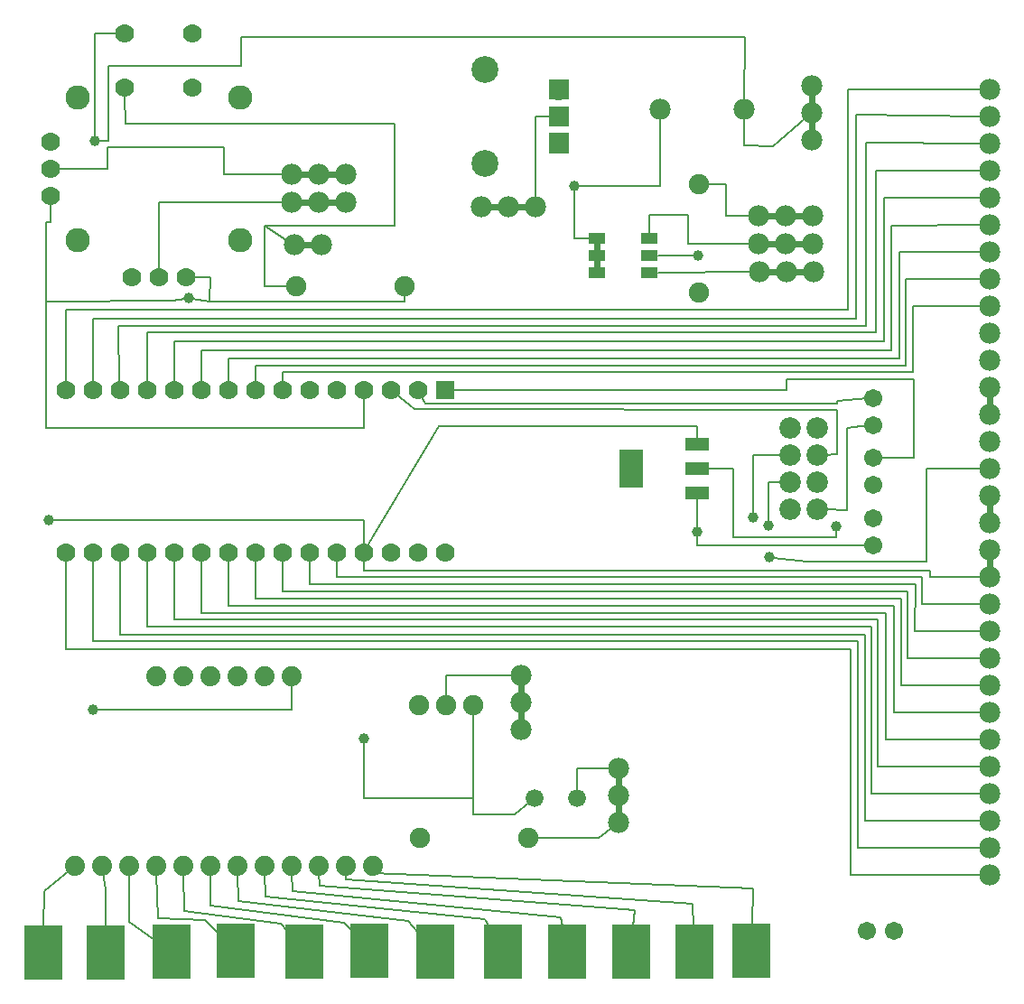
<source format=gtl>
G04 MADE WITH FRITZING*
G04 WWW.FRITZING.ORG*
G04 DOUBLE SIDED*
G04 HOLES PLATED*
G04 CONTOUR ON CENTER OF CONTOUR VECTOR*
%ASAXBY*%
%FSLAX23Y23*%
%MOIN*%
%OFA0B0*%
%SFA1.0B1.0*%
%ADD10C,0.078000*%
%ADD11C,0.079370*%
%ADD12C,0.070000*%
%ADD13C,0.039370*%
%ADD14C,0.075000*%
%ADD15C,0.090000*%
%ADD16C,0.066000*%
%ADD17C,0.074000*%
%ADD18C,0.098740*%
%ADD19C,0.067559*%
%ADD20R,0.000156X0.000156*%
%ADD21R,0.088000X0.048000*%
%ADD22R,0.086614X0.141732*%
%ADD23R,0.070000X0.069972*%
%ADD24R,0.059056X0.039361*%
%ADD25R,0.059056X0.039389*%
%ADD26R,0.059056X0.039375*%
%ADD27R,0.139031X0.201451*%
%ADD28C,0.008000*%
%ADD29C,0.024000*%
%ADD30R,0.001000X0.001000*%
%LNCOPPER1*%
G90*
G70*
G54D10*
X3573Y3298D03*
X3573Y3198D03*
X3573Y3098D03*
X3573Y2998D03*
X3573Y2898D03*
X3573Y2798D03*
X3573Y2698D03*
X3573Y2598D03*
X3573Y2498D03*
X3573Y2398D03*
X3573Y2298D03*
X3573Y2198D03*
X3573Y2098D03*
X3573Y1998D03*
X3573Y1898D03*
X3573Y1798D03*
X3573Y1698D03*
X3573Y1598D03*
X3573Y1498D03*
X3573Y1398D03*
X3573Y1298D03*
X3573Y1198D03*
X3573Y1098D03*
X3573Y998D03*
X3573Y898D03*
X3573Y798D03*
X3573Y698D03*
X3573Y598D03*
X3573Y498D03*
X3573Y398D03*
G54D11*
X2938Y1747D03*
X2938Y1847D03*
X2938Y1947D03*
X2938Y2047D03*
X2938Y1747D03*
X2938Y1847D03*
X2938Y1947D03*
X2938Y2047D03*
X2838Y2047D03*
X2838Y1947D03*
X2838Y1847D03*
X2838Y1747D03*
G54D12*
X1563Y2189D03*
X1463Y2189D03*
X1363Y2189D03*
X1263Y2189D03*
X1163Y2189D03*
X1063Y2189D03*
X963Y2189D03*
X863Y2189D03*
X763Y2189D03*
X663Y2189D03*
X563Y2189D03*
X463Y2189D03*
X363Y2189D03*
X263Y2189D03*
X163Y2189D03*
X1563Y1589D03*
X1463Y1589D03*
X1363Y1589D03*
X1263Y1589D03*
X1163Y1589D03*
X1063Y1589D03*
X963Y1589D03*
X863Y1589D03*
X763Y1589D03*
X663Y1589D03*
X563Y1589D03*
X463Y1589D03*
X363Y1589D03*
X263Y1589D03*
X163Y1589D03*
G54D13*
X3008Y1683D03*
X2493Y1666D03*
G54D14*
X1469Y534D03*
X1869Y534D03*
X2501Y2947D03*
X2501Y2547D03*
G54D10*
X1107Y2723D03*
X1007Y2723D03*
G54D14*
X1467Y1026D03*
X1567Y1026D03*
X1667Y1026D03*
G54D15*
X207Y3267D03*
X807Y3267D03*
X807Y2742D03*
X207Y2742D03*
G54D12*
X607Y2604D03*
X507Y2604D03*
X407Y2604D03*
X107Y3004D03*
X107Y2904D03*
X107Y3104D03*
X632Y3304D03*
X382Y3304D03*
X382Y3504D03*
X632Y3504D03*
G54D15*
X207Y3267D03*
X807Y3267D03*
X807Y2742D03*
X207Y2742D03*
G54D12*
X607Y2604D03*
X507Y2604D03*
X407Y2604D03*
X107Y3004D03*
X107Y2904D03*
X107Y3104D03*
X632Y3304D03*
X382Y3304D03*
X382Y3504D03*
X632Y3504D03*
G54D16*
X1895Y682D03*
X2052Y682D03*
X1895Y682D03*
X2052Y682D03*
G54D17*
X797Y431D03*
X497Y1131D03*
X397Y431D03*
X997Y431D03*
X597Y431D03*
X197Y431D03*
X897Y431D03*
X697Y431D03*
X497Y431D03*
X297Y431D03*
X997Y1131D03*
X597Y1131D03*
X897Y1131D03*
X797Y1131D03*
X697Y1131D03*
X1297Y431D03*
X1197Y431D03*
X1097Y431D03*
G54D10*
X2923Y2626D03*
X2823Y2626D03*
X2723Y2626D03*
X2921Y2830D03*
X2821Y2830D03*
X2721Y2830D03*
X1198Y2984D03*
X1098Y2984D03*
X998Y2984D03*
X2668Y3226D03*
X2357Y3223D03*
X2917Y3312D03*
X2917Y3212D03*
X2917Y3112D03*
X2922Y2729D03*
X2822Y2729D03*
X2722Y2729D03*
X1198Y2880D03*
X1098Y2880D03*
X998Y2880D03*
X2205Y792D03*
X2205Y692D03*
X2205Y592D03*
X1897Y2866D03*
X1797Y2866D03*
X1697Y2866D03*
X1843Y1135D03*
X1843Y1035D03*
X1843Y935D03*
G54D17*
X1985Y3099D03*
X1985Y3198D03*
X1985Y3296D03*
G54D18*
X1709Y3025D03*
X1709Y3371D03*
G54D17*
X1985Y3099D03*
X1985Y3198D03*
X1985Y3296D03*
G54D18*
X1709Y3025D03*
X1709Y3371D03*
G54D14*
X1014Y2572D03*
X1414Y2572D03*
G54D13*
X263Y1007D03*
X1263Y901D03*
X99Y1707D03*
X617Y2527D03*
X2496Y2685D03*
X272Y3109D03*
X2039Y2940D03*
G54D19*
X3219Y190D03*
X3119Y190D03*
X3143Y2159D03*
X3143Y2059D03*
X3144Y1938D03*
X3144Y1838D03*
X3145Y1715D03*
X3145Y1615D03*
G54D13*
X2700Y1717D03*
X2759Y1570D03*
X2756Y1687D03*
G54D20*
X2937Y1847D03*
X2937Y1947D03*
G54D21*
X2493Y1807D03*
X2493Y1898D03*
X2493Y1989D03*
G54D22*
X2249Y1898D03*
G54D23*
X1563Y2189D03*
G54D24*
X2125Y2747D03*
G54D25*
X2125Y2684D03*
G54D26*
X2125Y2621D03*
X2318Y2621D03*
G54D25*
X2318Y2684D03*
G54D24*
X2318Y2747D03*
G54D27*
X1527Y115D03*
X1776Y115D03*
X2694Y117D03*
X2483Y114D03*
X2015Y114D03*
X2250Y114D03*
X80Y110D03*
X312Y110D03*
X554Y113D03*
X1283Y118D03*
X790Y117D03*
X1043Y116D03*
G54D28*
X1449Y2119D02*
X3012Y2114D01*
D02*
X3012Y2114D02*
X3012Y1951D01*
D02*
X3012Y1951D02*
X2963Y1949D01*
D02*
X1381Y2174D02*
X1449Y2119D01*
D02*
X2493Y1680D02*
X2493Y1789D01*
D02*
X2628Y1645D02*
X2628Y1898D01*
D02*
X2628Y1898D02*
X2532Y1898D01*
D02*
X3008Y1669D02*
X3008Y1645D01*
D02*
X3052Y2486D02*
X163Y2486D01*
D02*
X163Y2486D02*
X163Y2212D01*
D02*
X3052Y3298D02*
X3052Y2486D01*
D02*
X3543Y3298D02*
X3052Y3298D01*
D02*
X263Y2450D02*
X263Y2212D01*
D02*
X3082Y2450D02*
X263Y2450D01*
D02*
X3082Y3203D02*
X3082Y2450D01*
D02*
X3543Y3198D02*
X3082Y3203D01*
D02*
X3118Y2425D02*
X358Y2425D01*
D02*
X358Y2425D02*
X362Y2212D01*
D02*
X3118Y3102D02*
X3118Y2425D01*
D02*
X3543Y3098D02*
X3118Y3102D01*
D02*
X3153Y2400D02*
X464Y2400D01*
D02*
X464Y2400D02*
X463Y2212D01*
D02*
X3153Y2998D02*
X3153Y2400D01*
D02*
X3543Y2998D02*
X3153Y2998D01*
D02*
X3183Y2369D02*
X563Y2369D01*
D02*
X563Y2369D02*
X563Y2212D01*
D02*
X3183Y2898D02*
X3183Y2369D01*
D02*
X3543Y2898D02*
X3183Y2898D01*
D02*
X3209Y2334D02*
X663Y2334D01*
D02*
X663Y2334D02*
X663Y2212D01*
D02*
X3209Y2794D02*
X3209Y2334D01*
D02*
X3548Y2798D02*
X3209Y2794D01*
D02*
X3548Y2698D02*
X3239Y2698D01*
D02*
X3239Y2698D02*
X3239Y2304D01*
D02*
X763Y2304D02*
X763Y2212D01*
D02*
X3239Y2304D02*
X763Y2304D01*
D02*
X3264Y2278D02*
X863Y2278D01*
D02*
X863Y2278D02*
X863Y2212D01*
D02*
X3264Y2598D02*
X3264Y2278D01*
D02*
X3548Y2598D02*
X3264Y2598D01*
D02*
X3289Y2253D02*
X963Y2253D01*
D02*
X963Y2253D02*
X963Y2212D01*
D02*
X3548Y2498D02*
X3289Y2498D01*
D02*
X3289Y2498D02*
X3289Y2253D01*
D02*
X3060Y398D02*
X3060Y1230D01*
D02*
X3060Y1230D02*
X163Y1230D01*
D02*
X3548Y398D02*
X3060Y398D01*
D02*
X163Y1230D02*
X163Y1565D01*
D02*
X3088Y498D02*
X3088Y1260D01*
D02*
X3088Y1260D02*
X263Y1260D01*
D02*
X263Y1260D02*
X263Y1565D01*
D02*
X3548Y498D02*
X3088Y498D01*
D02*
X3114Y598D02*
X3114Y1286D01*
D02*
X3114Y1286D02*
X363Y1286D01*
D02*
X363Y1286D02*
X363Y1565D01*
D02*
X3548Y598D02*
X3114Y598D01*
D02*
X3138Y698D02*
X3138Y1314D01*
D02*
X3138Y1314D02*
X463Y1314D01*
D02*
X463Y1314D02*
X463Y1565D01*
D02*
X3548Y698D02*
X3138Y698D01*
D02*
X3162Y798D02*
X3162Y1340D01*
D02*
X3162Y1340D02*
X563Y1340D01*
D02*
X3548Y798D02*
X3162Y798D01*
D02*
X563Y1340D02*
X563Y1565D01*
D02*
X3190Y898D02*
X3190Y1366D01*
D02*
X3190Y1366D02*
X663Y1366D01*
D02*
X3548Y898D02*
X3190Y898D01*
D02*
X663Y1366D02*
X663Y1565D01*
D02*
X3220Y998D02*
X3220Y1392D01*
D02*
X3220Y1392D02*
X763Y1392D01*
D02*
X763Y1392D02*
X763Y1565D01*
D02*
X3548Y998D02*
X3220Y998D01*
D02*
X3246Y1098D02*
X3246Y1418D01*
D02*
X3246Y1418D02*
X863Y1418D01*
D02*
X863Y1418D02*
X863Y1565D01*
D02*
X3548Y1098D02*
X3246Y1098D01*
D02*
X3272Y1198D02*
X3272Y1444D01*
D02*
X3272Y1444D02*
X963Y1444D01*
D02*
X963Y1444D02*
X963Y1565D01*
D02*
X3548Y1198D02*
X3272Y1198D01*
D02*
X3300Y1470D02*
X1063Y1470D01*
D02*
X3296Y1298D02*
X3300Y1470D01*
D02*
X1063Y1470D02*
X1063Y1565D01*
D02*
X3548Y1298D02*
X3296Y1298D01*
D02*
X3324Y1498D02*
X1163Y1498D01*
D02*
X3324Y1398D02*
X3324Y1498D01*
D02*
X1163Y1498D02*
X1163Y1565D01*
D02*
X3548Y1398D02*
X3324Y1398D01*
D02*
X3354Y1522D02*
X1263Y1522D01*
D02*
X1263Y1522D02*
X1263Y1565D01*
D02*
X3548Y1498D02*
X3354Y1498D01*
D02*
X3354Y1498D02*
X3354Y1522D01*
D02*
X85Y337D02*
X82Y205D01*
D02*
X177Y415D02*
X85Y337D01*
D02*
X311Y205D02*
X310Y344D01*
D02*
X310Y344D02*
X301Y406D01*
D02*
X397Y226D02*
X397Y405D01*
D02*
X490Y159D02*
X397Y226D01*
D02*
X677Y231D02*
X503Y238D01*
D02*
X503Y238D02*
X498Y406D01*
D02*
X726Y181D02*
X677Y231D01*
D02*
X957Y217D02*
X599Y266D01*
D02*
X599Y266D02*
X597Y405D01*
D02*
X979Y192D02*
X957Y217D01*
D02*
X1191Y222D02*
X696Y285D01*
D02*
X696Y285D02*
X697Y405D01*
D02*
X1219Y190D02*
X1191Y222D01*
D02*
X1426Y227D02*
X799Y302D01*
D02*
X1463Y186D02*
X1426Y227D01*
D02*
X799Y302D02*
X797Y405D01*
D02*
X1711Y236D02*
X901Y319D01*
D02*
X1725Y210D02*
X1711Y236D01*
D02*
X901Y319D02*
X898Y406D01*
D02*
X1992Y241D02*
X999Y338D01*
D02*
X999Y338D02*
X997Y405D01*
D02*
X1998Y209D02*
X1992Y241D01*
D02*
X2263Y269D02*
X1099Y358D01*
D02*
X2258Y209D02*
X2263Y269D01*
D02*
X1099Y358D02*
X1098Y406D01*
D02*
X1197Y381D02*
X1197Y405D01*
D02*
X2478Y290D02*
X1197Y381D01*
D02*
X2480Y209D02*
X2478Y290D01*
D02*
X2700Y348D02*
X1297Y403D01*
D02*
X1297Y403D02*
X1297Y405D01*
D02*
X2696Y212D02*
X2700Y348D01*
D02*
X997Y1105D02*
X997Y1007D01*
D02*
X997Y1007D02*
X276Y1007D01*
D02*
X1567Y1135D02*
X1567Y1054D01*
D02*
X1813Y1135D02*
X1567Y1135D01*
D02*
X2186Y577D02*
X2129Y534D01*
D02*
X2175Y792D02*
X2052Y792D01*
G54D29*
D02*
X1843Y1065D02*
X1843Y1105D01*
D02*
X1843Y965D02*
X1843Y1005D01*
D02*
X2205Y723D02*
X2205Y762D01*
D02*
X2205Y623D02*
X2205Y662D01*
G54D28*
D02*
X2052Y792D02*
X2052Y709D01*
D02*
X2129Y534D02*
X1892Y534D01*
D02*
X1263Y681D02*
X1263Y888D01*
D02*
X1667Y681D02*
X1263Y681D01*
D02*
X1667Y1003D02*
X1667Y681D01*
D02*
X1667Y681D02*
X1667Y621D01*
D02*
X1667Y621D02*
X1819Y621D01*
D02*
X1819Y621D02*
X1878Y668D01*
D02*
X507Y2880D02*
X507Y2633D01*
D02*
X968Y2880D02*
X507Y2880D01*
D02*
X746Y2984D02*
X746Y3085D01*
D02*
X317Y3085D02*
X317Y3004D01*
D02*
X317Y3004D02*
X136Y3004D01*
D02*
X746Y3085D02*
X317Y3085D01*
D02*
X968Y2984D02*
X746Y2984D01*
D02*
X1897Y2897D02*
X1897Y3198D01*
D02*
X1897Y3198D02*
X1960Y3198D01*
G54D29*
D02*
X1068Y2880D02*
X1028Y2880D01*
D02*
X1168Y2880D02*
X1128Y2880D01*
D02*
X1068Y2984D02*
X1029Y2984D01*
D02*
X1168Y2984D02*
X1129Y2984D01*
D02*
X1077Y2723D02*
X1037Y2723D01*
D02*
X1767Y2866D02*
X1727Y2866D01*
D02*
X1867Y2866D02*
X1827Y2866D01*
D02*
X2917Y3182D02*
X2917Y3142D01*
D02*
X2917Y3282D02*
X2917Y3242D01*
G54D28*
D02*
X90Y2807D02*
X107Y2807D01*
D02*
X107Y2807D02*
X107Y2881D01*
D02*
X557Y2517D02*
X91Y2516D01*
D02*
X695Y2514D02*
X630Y2525D01*
D02*
X630Y2604D02*
X697Y2604D01*
D02*
X91Y2516D02*
X90Y2807D01*
D02*
X697Y2604D02*
X695Y2514D01*
D02*
X604Y2525D02*
X557Y2517D01*
D02*
X1263Y2048D02*
X1263Y2165D01*
D02*
X91Y2048D02*
X1263Y2048D01*
D02*
X91Y2516D02*
X91Y2048D01*
D02*
X113Y1707D02*
X1263Y1707D01*
D02*
X1263Y1707D02*
X1263Y1612D01*
D02*
X2698Y2626D02*
X2349Y2621D01*
D02*
X2601Y2947D02*
X2601Y2830D01*
D02*
X2524Y2947D02*
X2601Y2947D01*
D02*
X2601Y2830D02*
X2697Y2830D01*
D02*
X2482Y2685D02*
X2349Y2684D01*
D02*
X2460Y2833D02*
X2460Y2729D01*
D02*
X2460Y2729D02*
X2698Y2729D01*
D02*
X2318Y2833D02*
X2460Y2833D01*
D02*
X2318Y2768D02*
X2318Y2833D01*
G54D29*
D02*
X2793Y2626D02*
X2753Y2626D01*
D02*
X2893Y2626D02*
X2853Y2626D01*
D02*
X2851Y2830D02*
X2891Y2830D01*
D02*
X2751Y2830D02*
X2791Y2830D01*
D02*
X2852Y2729D02*
X2892Y2729D01*
D02*
X2752Y2729D02*
X2792Y2729D01*
G54D28*
D02*
X320Y3383D02*
X320Y3109D01*
D02*
X320Y3109D02*
X286Y3109D01*
D02*
X812Y3383D02*
X320Y3383D01*
D02*
X2668Y3250D02*
X2670Y3492D01*
D02*
X812Y3492D02*
X812Y3383D01*
D02*
X2670Y3492D02*
X812Y3492D01*
D02*
X2357Y2940D02*
X2053Y2940D01*
D02*
X2357Y3199D02*
X2357Y2940D01*
D02*
X2039Y2747D02*
X2039Y2926D01*
D02*
X2094Y2747D02*
X2039Y2747D01*
G54D29*
D02*
X2125Y2663D02*
X2125Y2642D01*
D02*
X2125Y2726D02*
X2125Y2705D01*
G54D28*
D02*
X2668Y3090D02*
X2668Y3201D01*
D02*
X2773Y3089D02*
X2668Y3090D01*
D02*
X2898Y3196D02*
X2773Y3089D01*
D02*
X1414Y2516D02*
X1414Y2549D01*
D02*
X695Y2514D02*
X1414Y2516D01*
D02*
X898Y2572D02*
X986Y2572D01*
D02*
X898Y2795D02*
X898Y2572D01*
D02*
X986Y2736D02*
X898Y2795D01*
D02*
X896Y2795D02*
X1377Y2795D01*
D02*
X1377Y3172D02*
X383Y3172D01*
D02*
X1377Y2795D02*
X1377Y3172D01*
D02*
X383Y3172D02*
X382Y3275D01*
D02*
X898Y2795D02*
X896Y2795D01*
D02*
X272Y3504D02*
X272Y3128D01*
D02*
X353Y3504D02*
X272Y3504D01*
D02*
X1539Y2053D02*
X1275Y1609D01*
D02*
X2493Y2053D02*
X1539Y2053D01*
D02*
X2493Y2008D02*
X2493Y2053D01*
D02*
X3048Y1745D02*
X2969Y1747D01*
D02*
X3048Y2048D02*
X3048Y1745D01*
D02*
X3124Y2057D02*
X3048Y2048D01*
D02*
X3009Y2148D02*
X3124Y2157D01*
D02*
X3009Y2139D02*
X3009Y2148D01*
D02*
X1490Y2139D02*
X3009Y2139D01*
D02*
X1474Y2168D02*
X1490Y2139D01*
D02*
X3295Y1938D02*
X3295Y2227D01*
D02*
X3295Y2227D02*
X2824Y2227D01*
D02*
X2824Y2189D02*
X1586Y2189D01*
D02*
X2824Y2227D02*
X2824Y2189D01*
D02*
X3169Y1938D02*
X3295Y1938D01*
D02*
X2493Y1613D02*
X2493Y1653D01*
D02*
X2988Y1613D02*
X2493Y1613D01*
D02*
X3126Y1615D02*
X2988Y1613D01*
D02*
X2700Y1730D02*
X2700Y1947D01*
D02*
X2700Y1947D02*
X2813Y1947D01*
D02*
X3008Y1645D02*
X2628Y1645D01*
G54D29*
D02*
X3573Y1568D02*
X3573Y1528D01*
D02*
X3573Y1768D02*
X3573Y1728D01*
D02*
X3573Y2128D02*
X3573Y2168D01*
G54D28*
D02*
X2902Y1553D02*
X2773Y1569D01*
D02*
X3341Y1898D02*
X3341Y1553D01*
D02*
X3341Y1553D02*
X2902Y1553D01*
D02*
X3543Y1898D02*
X3341Y1898D01*
D02*
X2756Y1847D02*
X2813Y1847D01*
D02*
X2756Y1700D02*
X2756Y1847D01*
G54D30*
X1947Y3333D02*
X2021Y3333D01*
X1947Y3332D02*
X2021Y3332D01*
X1947Y3331D02*
X2021Y3331D01*
X1947Y3330D02*
X2021Y3330D01*
X1947Y3329D02*
X2021Y3329D01*
X1947Y3328D02*
X2021Y3328D01*
X1947Y3327D02*
X2021Y3327D01*
X1947Y3326D02*
X2021Y3326D01*
X1947Y3325D02*
X2021Y3325D01*
X1947Y3324D02*
X2021Y3324D01*
X1947Y3323D02*
X2021Y3323D01*
X1947Y3322D02*
X2021Y3322D01*
X1947Y3321D02*
X2021Y3321D01*
X1947Y3320D02*
X2021Y3320D01*
X1947Y3319D02*
X2021Y3319D01*
X1947Y3318D02*
X2021Y3318D01*
X1947Y3317D02*
X2021Y3317D01*
X1947Y3316D02*
X1981Y3316D01*
X1987Y3316D02*
X2021Y3316D01*
X1947Y3315D02*
X1977Y3315D01*
X1991Y3315D02*
X2021Y3315D01*
X1947Y3314D02*
X1974Y3314D01*
X1994Y3314D02*
X2021Y3314D01*
X1947Y3313D02*
X1973Y3313D01*
X1995Y3313D02*
X2021Y3313D01*
X1947Y3312D02*
X1971Y3312D01*
X1997Y3312D02*
X2021Y3312D01*
X1947Y3311D02*
X1970Y3311D01*
X1998Y3311D02*
X2021Y3311D01*
X1947Y3310D02*
X1969Y3310D01*
X1999Y3310D02*
X2021Y3310D01*
X1947Y3309D02*
X1968Y3309D01*
X2000Y3309D02*
X2021Y3309D01*
X1947Y3308D02*
X1968Y3308D01*
X2000Y3308D02*
X2021Y3308D01*
X1947Y3307D02*
X1967Y3307D01*
X2001Y3307D02*
X2021Y3307D01*
X1947Y3306D02*
X1966Y3306D01*
X2002Y3306D02*
X2021Y3306D01*
X1947Y3305D02*
X1966Y3305D01*
X2002Y3305D02*
X2021Y3305D01*
X1947Y3304D02*
X1965Y3304D01*
X2003Y3304D02*
X2021Y3304D01*
X1947Y3303D02*
X1965Y3303D01*
X2003Y3303D02*
X2021Y3303D01*
X1947Y3302D02*
X1965Y3302D01*
X2003Y3302D02*
X2021Y3302D01*
X1947Y3301D02*
X1964Y3301D01*
X2004Y3301D02*
X2021Y3301D01*
X1947Y3300D02*
X1964Y3300D01*
X2004Y3300D02*
X2021Y3300D01*
X1947Y3299D02*
X1964Y3299D01*
X2004Y3299D02*
X2021Y3299D01*
X1947Y3298D02*
X1964Y3298D01*
X2004Y3298D02*
X2021Y3298D01*
X1947Y3297D02*
X1964Y3297D01*
X2004Y3297D02*
X2021Y3297D01*
X1947Y3296D02*
X1964Y3296D01*
X2004Y3296D02*
X2021Y3296D01*
X1947Y3295D02*
X1964Y3295D01*
X2004Y3295D02*
X2021Y3295D01*
X1947Y3294D02*
X1964Y3294D01*
X2004Y3294D02*
X2021Y3294D01*
X1947Y3293D02*
X1964Y3293D01*
X2004Y3293D02*
X2021Y3293D01*
X1947Y3292D02*
X1964Y3292D01*
X2004Y3292D02*
X2021Y3292D01*
X1947Y3291D02*
X1965Y3291D01*
X2003Y3291D02*
X2021Y3291D01*
X1947Y3290D02*
X1965Y3290D01*
X2003Y3290D02*
X2021Y3290D01*
X1947Y3289D02*
X1965Y3289D01*
X2003Y3289D02*
X2021Y3289D01*
X1947Y3288D02*
X1966Y3288D01*
X2002Y3288D02*
X2021Y3288D01*
X1947Y3287D02*
X1966Y3287D01*
X2002Y3287D02*
X2021Y3287D01*
X1947Y3286D02*
X1967Y3286D01*
X2001Y3286D02*
X2021Y3286D01*
X1947Y3285D02*
X1968Y3285D01*
X2000Y3285D02*
X2021Y3285D01*
X1947Y3284D02*
X1968Y3284D01*
X2000Y3284D02*
X2021Y3284D01*
X1947Y3283D02*
X1969Y3283D01*
X1999Y3283D02*
X2021Y3283D01*
X1947Y3282D02*
X1970Y3282D01*
X1998Y3282D02*
X2021Y3282D01*
X1947Y3281D02*
X1972Y3281D01*
X1996Y3281D02*
X2021Y3281D01*
X1947Y3280D02*
X1973Y3280D01*
X1995Y3280D02*
X2021Y3280D01*
X1947Y3279D02*
X1975Y3279D01*
X1993Y3279D02*
X2021Y3279D01*
X1947Y3278D02*
X1977Y3278D01*
X1991Y3278D02*
X2021Y3278D01*
X1947Y3277D02*
X1983Y3277D01*
X1985Y3277D02*
X2021Y3277D01*
X1947Y3276D02*
X2021Y3276D01*
X1947Y3275D02*
X2021Y3275D01*
X1947Y3274D02*
X2021Y3274D01*
X1947Y3273D02*
X2021Y3273D01*
X1947Y3272D02*
X2021Y3272D01*
X1947Y3271D02*
X2021Y3271D01*
X1947Y3270D02*
X2021Y3270D01*
X1947Y3269D02*
X2021Y3269D01*
X1947Y3268D02*
X2021Y3268D01*
X1947Y3267D02*
X2021Y3267D01*
X1947Y3266D02*
X2021Y3266D01*
X1947Y3265D02*
X2021Y3265D01*
X1947Y3264D02*
X2021Y3264D01*
X1947Y3263D02*
X2021Y3263D01*
X1947Y3262D02*
X2021Y3262D01*
X1947Y3261D02*
X2021Y3261D01*
X1948Y3260D02*
X2020Y3260D01*
X1948Y3235D02*
X2020Y3235D01*
X1947Y3234D02*
X2021Y3234D01*
X1947Y3233D02*
X2021Y3233D01*
X1947Y3232D02*
X2021Y3232D01*
X1947Y3231D02*
X2021Y3231D01*
X1947Y3230D02*
X2021Y3230D01*
X1947Y3229D02*
X2021Y3229D01*
X1947Y3228D02*
X2021Y3228D01*
X1947Y3227D02*
X2021Y3227D01*
X1947Y3226D02*
X2021Y3226D01*
X1947Y3225D02*
X2021Y3225D01*
X1947Y3224D02*
X2021Y3224D01*
X1947Y3223D02*
X2021Y3223D01*
X1947Y3222D02*
X2021Y3222D01*
X1947Y3221D02*
X2021Y3221D01*
X1947Y3220D02*
X2021Y3220D01*
X1947Y3219D02*
X2021Y3219D01*
X1947Y3218D02*
X2021Y3218D01*
X1947Y3217D02*
X1978Y3217D01*
X1990Y3217D02*
X2021Y3217D01*
X1947Y3216D02*
X1975Y3216D01*
X1993Y3216D02*
X2021Y3216D01*
X1947Y3215D02*
X1973Y3215D01*
X1995Y3215D02*
X2021Y3215D01*
X1947Y3214D02*
X1972Y3214D01*
X1996Y3214D02*
X2021Y3214D01*
X1947Y3213D02*
X1971Y3213D01*
X1997Y3213D02*
X2021Y3213D01*
X1947Y3212D02*
X1970Y3212D01*
X1998Y3212D02*
X2021Y3212D01*
X1947Y3211D02*
X1969Y3211D01*
X1999Y3211D02*
X2021Y3211D01*
X1947Y3210D02*
X1968Y3210D01*
X2000Y3210D02*
X2021Y3210D01*
X1947Y3209D02*
X1967Y3209D01*
X2001Y3209D02*
X2021Y3209D01*
X1947Y3208D02*
X1967Y3208D01*
X2001Y3208D02*
X2021Y3208D01*
X1947Y3207D02*
X1966Y3207D01*
X2002Y3207D02*
X2021Y3207D01*
X1947Y3206D02*
X1965Y3206D01*
X2003Y3206D02*
X2021Y3206D01*
X1947Y3205D02*
X1965Y3205D01*
X2003Y3205D02*
X2021Y3205D01*
X1947Y3204D02*
X1965Y3204D01*
X2003Y3204D02*
X2021Y3204D01*
X1947Y3203D02*
X1964Y3203D01*
X2004Y3203D02*
X2021Y3203D01*
X1947Y3202D02*
X1964Y3202D01*
X2004Y3202D02*
X2021Y3202D01*
X1947Y3201D02*
X1964Y3201D01*
X2004Y3201D02*
X2021Y3201D01*
X1947Y3200D02*
X1964Y3200D01*
X2004Y3200D02*
X2021Y3200D01*
X1947Y3199D02*
X1964Y3199D01*
X2004Y3199D02*
X2021Y3199D01*
X1947Y3198D02*
X1964Y3198D01*
X2004Y3198D02*
X2021Y3198D01*
X1947Y3197D02*
X1964Y3197D01*
X2004Y3197D02*
X2021Y3197D01*
X1947Y3196D02*
X1964Y3196D01*
X2004Y3196D02*
X2021Y3196D01*
X1947Y3195D02*
X1964Y3195D01*
X2004Y3195D02*
X2021Y3195D01*
X1947Y3194D02*
X1964Y3194D01*
X2004Y3194D02*
X2021Y3194D01*
X1947Y3193D02*
X1965Y3193D01*
X2003Y3193D02*
X2021Y3193D01*
X1947Y3192D02*
X1965Y3192D01*
X2003Y3192D02*
X2021Y3192D01*
X1947Y3191D02*
X1965Y3191D01*
X2003Y3191D02*
X2021Y3191D01*
X1947Y3190D02*
X1966Y3190D01*
X2002Y3190D02*
X2021Y3190D01*
X1947Y3189D02*
X1966Y3189D01*
X2002Y3189D02*
X2021Y3189D01*
X1947Y3188D02*
X1967Y3188D01*
X2001Y3188D02*
X2021Y3188D01*
X1947Y3187D02*
X1967Y3187D01*
X2001Y3187D02*
X2021Y3187D01*
X1947Y3186D02*
X1968Y3186D01*
X2000Y3186D02*
X2021Y3186D01*
X1947Y3185D02*
X1969Y3185D01*
X1999Y3185D02*
X2021Y3185D01*
X1947Y3184D02*
X1970Y3184D01*
X1998Y3184D02*
X2021Y3184D01*
X1947Y3183D02*
X1971Y3183D01*
X1997Y3183D02*
X2021Y3183D01*
X1947Y3182D02*
X1972Y3182D01*
X1996Y3182D02*
X2021Y3182D01*
X1947Y3181D02*
X1974Y3181D01*
X1994Y3181D02*
X2021Y3181D01*
X1947Y3180D02*
X1976Y3180D01*
X1992Y3180D02*
X2021Y3180D01*
X1947Y3179D02*
X1979Y3179D01*
X1989Y3179D02*
X2021Y3179D01*
X1947Y3178D02*
X2021Y3178D01*
X1947Y3177D02*
X2021Y3177D01*
X1947Y3176D02*
X2021Y3176D01*
X1947Y3175D02*
X2021Y3175D01*
X1947Y3174D02*
X2021Y3174D01*
X1947Y3173D02*
X2021Y3173D01*
X1947Y3172D02*
X2021Y3172D01*
X1947Y3171D02*
X2021Y3171D01*
X1947Y3170D02*
X2021Y3170D01*
X1947Y3169D02*
X2021Y3169D01*
X1947Y3168D02*
X2021Y3168D01*
X1947Y3167D02*
X2021Y3167D01*
X1947Y3166D02*
X2021Y3166D01*
X1947Y3165D02*
X2021Y3165D01*
X1947Y3164D02*
X2021Y3164D01*
X1947Y3163D02*
X2021Y3163D01*
X1947Y3162D02*
X2021Y3162D01*
X1947Y3136D02*
X2021Y3136D01*
X1947Y3135D02*
X2021Y3135D01*
X1947Y3134D02*
X2021Y3134D01*
X1947Y3133D02*
X2021Y3133D01*
X1947Y3132D02*
X2021Y3132D01*
X1947Y3131D02*
X2021Y3131D01*
X1947Y3130D02*
X2021Y3130D01*
X1947Y3129D02*
X2021Y3129D01*
X1947Y3128D02*
X2021Y3128D01*
X1947Y3127D02*
X2021Y3127D01*
X1947Y3126D02*
X2021Y3126D01*
X1947Y3125D02*
X2021Y3125D01*
X1947Y3124D02*
X2021Y3124D01*
X1947Y3123D02*
X2021Y3123D01*
X1947Y3122D02*
X2021Y3122D01*
X1947Y3121D02*
X2021Y3121D01*
X1947Y3120D02*
X2021Y3120D01*
X1947Y3119D02*
X1980Y3119D01*
X1988Y3119D02*
X2021Y3119D01*
X1947Y3118D02*
X1976Y3118D01*
X1992Y3118D02*
X2021Y3118D01*
X1947Y3117D02*
X1974Y3117D01*
X1994Y3117D02*
X2021Y3117D01*
X1947Y3116D02*
X1972Y3116D01*
X1996Y3116D02*
X2021Y3116D01*
X1947Y3115D02*
X1971Y3115D01*
X1997Y3115D02*
X2021Y3115D01*
X1947Y3114D02*
X1970Y3114D01*
X1998Y3114D02*
X2021Y3114D01*
X1947Y3113D02*
X1969Y3113D01*
X1999Y3113D02*
X2021Y3113D01*
X1947Y3112D02*
X1968Y3112D01*
X2000Y3112D02*
X2021Y3112D01*
X1947Y3111D02*
X1967Y3111D01*
X2001Y3111D02*
X2021Y3111D01*
X1947Y3110D02*
X1967Y3110D01*
X2001Y3110D02*
X2021Y3110D01*
X1947Y3109D02*
X1966Y3109D01*
X2002Y3109D02*
X2021Y3109D01*
X1947Y3108D02*
X1966Y3108D01*
X2002Y3108D02*
X2021Y3108D01*
X1947Y3107D02*
X1965Y3107D01*
X2003Y3107D02*
X2021Y3107D01*
X1947Y3106D02*
X1965Y3106D01*
X2003Y3106D02*
X2021Y3106D01*
X1947Y3105D02*
X1965Y3105D01*
X2003Y3105D02*
X2021Y3105D01*
X1947Y3104D02*
X1964Y3104D01*
X2004Y3104D02*
X2021Y3104D01*
X1947Y3103D02*
X1964Y3103D01*
X2004Y3103D02*
X2021Y3103D01*
X1947Y3102D02*
X1964Y3102D01*
X2004Y3102D02*
X2021Y3102D01*
X1947Y3101D02*
X1964Y3101D01*
X2004Y3101D02*
X2021Y3101D01*
X1947Y3100D02*
X1964Y3100D01*
X2004Y3100D02*
X2021Y3100D01*
X1947Y3099D02*
X1964Y3099D01*
X2004Y3099D02*
X2021Y3099D01*
X1947Y3098D02*
X1964Y3098D01*
X2004Y3098D02*
X2021Y3098D01*
X1947Y3097D02*
X1964Y3097D01*
X2004Y3097D02*
X2021Y3097D01*
X1947Y3096D02*
X1964Y3096D01*
X2004Y3096D02*
X2021Y3096D01*
X1947Y3095D02*
X1964Y3095D01*
X2004Y3095D02*
X2021Y3095D01*
X1947Y3094D02*
X1965Y3094D01*
X2003Y3094D02*
X2021Y3094D01*
X1947Y3093D02*
X1965Y3093D01*
X2003Y3093D02*
X2021Y3093D01*
X1947Y3092D02*
X1965Y3092D01*
X2003Y3092D02*
X2021Y3092D01*
X1947Y3091D02*
X1966Y3091D01*
X2002Y3091D02*
X2021Y3091D01*
X1947Y3090D02*
X1967Y3090D01*
X2002Y3090D02*
X2021Y3090D01*
X1947Y3089D02*
X1967Y3089D01*
X2001Y3089D02*
X2021Y3089D01*
X1947Y3088D02*
X1968Y3088D01*
X2000Y3088D02*
X2021Y3088D01*
X1947Y3087D02*
X1969Y3087D01*
X1999Y3087D02*
X2021Y3087D01*
X1947Y3086D02*
X1969Y3086D01*
X1999Y3086D02*
X2021Y3086D01*
X1947Y3085D02*
X1971Y3085D01*
X1997Y3085D02*
X2021Y3085D01*
X1947Y3084D02*
X1972Y3084D01*
X1996Y3084D02*
X2021Y3084D01*
X1947Y3083D02*
X1973Y3083D01*
X1995Y3083D02*
X2021Y3083D01*
X1947Y3082D02*
X1975Y3082D01*
X1993Y3082D02*
X2021Y3082D01*
X1947Y3081D02*
X1978Y3081D01*
X1990Y3081D02*
X2021Y3081D01*
X1947Y3080D02*
X2021Y3080D01*
X1947Y3079D02*
X2021Y3079D01*
X1947Y3078D02*
X2021Y3078D01*
X1947Y3077D02*
X2021Y3077D01*
X1947Y3076D02*
X2021Y3076D01*
X1947Y3075D02*
X2021Y3075D01*
X1947Y3074D02*
X2021Y3074D01*
X1947Y3073D02*
X2021Y3073D01*
X1947Y3072D02*
X2021Y3072D01*
X1947Y3071D02*
X2021Y3071D01*
X1947Y3070D02*
X2021Y3070D01*
X1947Y3069D02*
X2021Y3069D01*
X1947Y3068D02*
X2021Y3068D01*
X1947Y3067D02*
X2021Y3067D01*
X1947Y3066D02*
X2021Y3066D01*
X1947Y3065D02*
X2021Y3065D01*
X1947Y3064D02*
X2021Y3064D01*
X1948Y3063D02*
X2020Y3063D01*
D02*
G04 End of Copper1*
M02*
</source>
